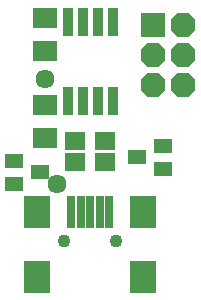
<source format=gts>
G75*
%MOIN*%
%OFA0B0*%
%FSLAX24Y24*%
%IPPOS*%
%LPD*%
%AMOC8*
5,1,8,0,0,1.08239X$1,22.5*
%
%ADD10R,0.0320X0.0950*%
%ADD11R,0.0789X0.0710*%
%ADD12R,0.0631X0.0474*%
%ADD13R,0.0671X0.0592*%
%ADD14R,0.0790X0.0710*%
%ADD15R,0.0820X0.0820*%
%ADD16OC8,0.0820*%
%ADD17R,0.0277X0.1064*%
%ADD18R,0.0867X0.1064*%
%ADD19C,0.0434*%
%ADD20C,0.0636*%
D10*
X003910Y008330D03*
X004410Y008330D03*
X004910Y008330D03*
X005410Y008330D03*
X005410Y010980D03*
X004910Y010980D03*
X004410Y010980D03*
X003910Y010980D03*
D11*
X003160Y011111D03*
X003160Y010009D03*
D12*
X002127Y006334D03*
X002127Y005586D03*
X002993Y005960D03*
X006227Y006460D03*
X007093Y006086D03*
X007093Y006834D03*
D13*
X005160Y006995D03*
X005160Y006325D03*
X004160Y006325D03*
X004160Y006995D03*
D14*
X003160Y007100D03*
X003160Y008220D03*
D15*
X006760Y010860D03*
D16*
X006760Y009860D03*
X006760Y008860D03*
X007760Y008860D03*
X007760Y009860D03*
X007760Y010860D03*
D17*
X005290Y004644D03*
X004975Y004644D03*
X004660Y004644D03*
X004345Y004644D03*
X004030Y004644D03*
D18*
X002888Y002479D03*
X002888Y004644D03*
X006432Y004644D03*
X006432Y002479D03*
D19*
X005526Y003660D03*
X003794Y003660D03*
D20*
X003560Y005560D03*
X003160Y009060D03*
M02*

</source>
